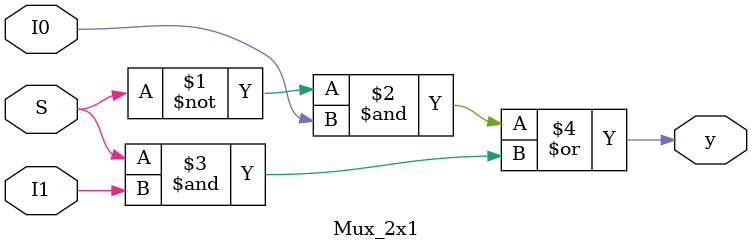
<source format=v>
`timescale 1ns / 1ps


module Mux_2x1(
input S,I0,I1,
output y          
    );
  assign y=(~S & I0) | (S & I1);  
endmodule

</source>
